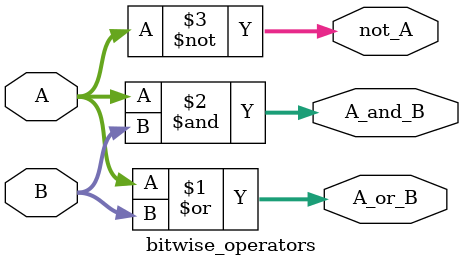
<source format=sv>
`timescale 1ns / 1ps
module bitwise_operators_test;

logic [3:0] A, B;
logic [3:0] A_or_B, A_and_B, not_A;

bitwise_operators uut(.*);

initial begin
    $display("   A    B -> A_or_B A_and_B not_A");
    $monitor("%b %b ->  %b   %b    %b", A, B, A_or_B, A_and_B, not_A);
    #100 A = 4'b0000; B = 4'b0000;
    #100 A = 4'b1111; B = 4'b0000;
    #100 A = 4'b0001; B = 4'b0001;
    #100 A = 4'b1010; B = 4'b0101;
    #100;
    $finish;
end
endmodule

module bitwise_operators(
    input  [3:0] A, B,
    output [3:0] A_or_B, A_and_B, not_A
    );

    assign A_or_B = A | B;
    assign A_and_B = A & B;
    assign not_A = ~A;

endmodule
</source>
